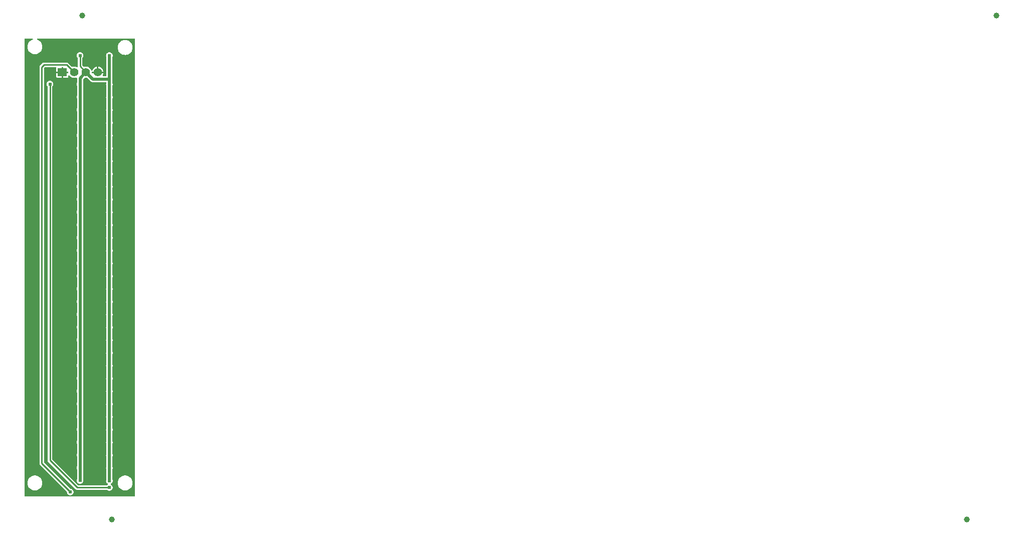
<source format=gbl>
G04 Layer: BottomLayer*
G04 EasyEDA v6.5.23, 2023-06-10 18:06:06*
G04 005a25b84e7a4af980d47e0bcec97dff,5a6b42c53f6a479593ecc07194224c93,10*
G04 Gerber Generator version 0.2*
G04 Scale: 100 percent, Rotated: No, Reflected: No *
G04 Dimensions in millimeters *
G04 leading zeros omitted , absolute positions ,4 integer and 5 decimal *
%FSLAX45Y45*%
%MOMM*%

%AMMACRO1*21,1,$1,$2,0,0,$3*%
%ADD10C,0.5000*%
%ADD11C,0.2540*%
%ADD12C,1.0000*%
%ADD13C,1.4000*%
%ADD14MACRO1,1.524X1.4X0.0000*%
%ADD15C,0.6096*%
%ADD16C,0.0129*%

%LPD*%
G36*
X86868Y914908D02*
G01*
X82956Y915669D01*
X79705Y917905D01*
X77470Y921156D01*
X76708Y925068D01*
X76708Y8638032D01*
X77470Y8641943D01*
X79705Y8645194D01*
X82956Y8647430D01*
X86868Y8648192D01*
X211531Y8648192D01*
X215544Y8647379D01*
X218897Y8645042D01*
X221081Y8641537D01*
X221691Y8637524D01*
X220675Y8633561D01*
X218135Y8630310D01*
X214579Y8628329D01*
X209346Y8626703D01*
X195478Y8620455D01*
X182473Y8612581D01*
X170535Y8603234D01*
X159766Y8592464D01*
X150418Y8580526D01*
X142544Y8567521D01*
X136296Y8553653D01*
X131775Y8539124D01*
X129032Y8524189D01*
X128117Y8509000D01*
X129032Y8493810D01*
X131775Y8478875D01*
X136296Y8464346D01*
X142544Y8450478D01*
X150418Y8437473D01*
X159766Y8425535D01*
X170535Y8414766D01*
X182473Y8405418D01*
X195478Y8397544D01*
X209346Y8391296D01*
X223875Y8386775D01*
X238810Y8384031D01*
X254000Y8383117D01*
X269189Y8384031D01*
X284124Y8386775D01*
X298653Y8391296D01*
X312521Y8397544D01*
X325526Y8405418D01*
X337464Y8414766D01*
X348234Y8425535D01*
X357581Y8437473D01*
X365455Y8450478D01*
X371703Y8464346D01*
X376224Y8478875D01*
X378968Y8493810D01*
X379882Y8509000D01*
X378968Y8524189D01*
X376224Y8539124D01*
X371703Y8553653D01*
X365455Y8567521D01*
X357581Y8580526D01*
X348234Y8592464D01*
X337464Y8603234D01*
X325526Y8612581D01*
X312521Y8620455D01*
X298653Y8626703D01*
X293420Y8628329D01*
X289864Y8630310D01*
X287324Y8633561D01*
X286308Y8637524D01*
X286918Y8641537D01*
X289102Y8645042D01*
X292455Y8647379D01*
X296468Y8648192D01*
X1932432Y8648192D01*
X1936343Y8647430D01*
X1939594Y8645194D01*
X1941830Y8641943D01*
X1942592Y8638032D01*
X1942592Y925068D01*
X1941830Y921156D01*
X1939594Y917905D01*
X1936343Y915669D01*
X1932432Y914908D01*
X862482Y914908D01*
X858418Y915771D01*
X855014Y918159D01*
X852881Y921715D01*
X852322Y925830D01*
X853490Y929792D01*
X856132Y932992D01*
X859840Y934872D01*
X870153Y937666D01*
X879094Y941781D01*
X887120Y947419D01*
X894080Y954379D01*
X899718Y962406D01*
X903833Y971346D01*
X906373Y980795D01*
X907237Y990600D01*
X906373Y1000404D01*
X903833Y1009853D01*
X899718Y1018794D01*
X894080Y1026820D01*
X887120Y1033780D01*
X879094Y1039418D01*
X870153Y1043533D01*
X860704Y1046073D01*
X852678Y1046784D01*
X849274Y1047699D01*
X846378Y1049731D01*
X409905Y1486204D01*
X407670Y1489506D01*
X406908Y1493418D01*
X406908Y8145881D01*
X407670Y8149793D01*
X409905Y8153095D01*
X419404Y8162594D01*
X422706Y8164830D01*
X426618Y8165592D01*
X604723Y8165592D01*
X608888Y8164677D01*
X612292Y8162188D01*
X614426Y8158480D01*
X614781Y8154212D01*
X613918Y8146592D01*
X613918Y8089900D01*
X703326Y8089900D01*
X703326Y8155431D01*
X704088Y8159343D01*
X706272Y8162594D01*
X709574Y8164830D01*
X713486Y8165592D01*
X718515Y8165592D01*
X722426Y8164830D01*
X725728Y8162594D01*
X727913Y8159343D01*
X728726Y8155431D01*
X728726Y8089900D01*
X810107Y8089900D01*
X814019Y8089138D01*
X817270Y8086902D01*
X819505Y8083651D01*
X820267Y8079740D01*
X820267Y8074659D01*
X819505Y8070748D01*
X817270Y8067497D01*
X814019Y8065262D01*
X810107Y8064500D01*
X728726Y8064500D01*
X728726Y7981289D01*
X791616Y7981289D01*
X797966Y7982000D01*
X803402Y7983931D01*
X808329Y7986979D01*
X812393Y7991094D01*
X815492Y7995970D01*
X817372Y8001457D01*
X818134Y8007756D01*
X818134Y8017967D01*
X818997Y8022132D01*
X821486Y8025587D01*
X825195Y8027670D01*
X829411Y8028076D01*
X833424Y8026704D01*
X836574Y8023859D01*
X841603Y8016697D01*
X850544Y8007146D01*
X860704Y7998866D01*
X871880Y7992059D01*
X883869Y7986826D01*
X896467Y7983321D01*
X909472Y7981543D01*
X922528Y7981543D01*
X935532Y7983321D01*
X948131Y7986826D01*
X950976Y7988096D01*
X954938Y7988909D01*
X958951Y7988147D01*
X962304Y7985810D01*
X964488Y7982356D01*
X965098Y7976971D01*
X965098Y7904073D01*
X964133Y7899806D01*
X963066Y7897469D01*
X960526Y7887970D01*
X959662Y7878165D01*
X960526Y7868412D01*
X963066Y7858912D01*
X964133Y7856575D01*
X965098Y7852308D01*
X965098Y7688173D01*
X964133Y7683906D01*
X963066Y7681569D01*
X960526Y7672070D01*
X959662Y7662265D01*
X960526Y7652512D01*
X963066Y7643012D01*
X964133Y7640675D01*
X965098Y7636408D01*
X965098Y7472273D01*
X964133Y7468006D01*
X963066Y7465669D01*
X960526Y7456170D01*
X959662Y7446365D01*
X960526Y7436612D01*
X963066Y7427112D01*
X964133Y7424775D01*
X965098Y7420508D01*
X965098Y7256373D01*
X964133Y7252106D01*
X963066Y7249769D01*
X960526Y7240270D01*
X959662Y7230465D01*
X960526Y7220712D01*
X963066Y7211212D01*
X964133Y7208875D01*
X965098Y7204608D01*
X965098Y7040473D01*
X964133Y7036206D01*
X963066Y7033869D01*
X960526Y7024370D01*
X959662Y7014565D01*
X960526Y7004812D01*
X963066Y6995312D01*
X964133Y6992975D01*
X965098Y6988708D01*
X965098Y6824573D01*
X964133Y6820306D01*
X963066Y6817969D01*
X960526Y6808470D01*
X959662Y6798665D01*
X960526Y6788912D01*
X963066Y6779412D01*
X964133Y6777075D01*
X965098Y6772808D01*
X965098Y6608673D01*
X964133Y6604406D01*
X963066Y6602069D01*
X960526Y6592570D01*
X959662Y6582765D01*
X960526Y6573012D01*
X963066Y6563512D01*
X964133Y6561175D01*
X965098Y6556908D01*
X965098Y6392773D01*
X964133Y6388506D01*
X963066Y6386169D01*
X960526Y6376670D01*
X959662Y6366865D01*
X960526Y6357112D01*
X963066Y6347612D01*
X964133Y6345275D01*
X965098Y6341008D01*
X965098Y6176873D01*
X964133Y6172606D01*
X963066Y6170269D01*
X960526Y6160770D01*
X959662Y6150965D01*
X960526Y6141212D01*
X963066Y6131712D01*
X964133Y6129375D01*
X965098Y6125108D01*
X965098Y5960973D01*
X964133Y5956706D01*
X963066Y5954369D01*
X960526Y5944870D01*
X959662Y5935065D01*
X960526Y5925312D01*
X963066Y5915812D01*
X964133Y5913475D01*
X965098Y5909208D01*
X965098Y5745073D01*
X964133Y5740806D01*
X963066Y5738469D01*
X960526Y5728970D01*
X959662Y5719165D01*
X960526Y5709412D01*
X963066Y5699912D01*
X964133Y5697575D01*
X965098Y5693308D01*
X965098Y5529173D01*
X964133Y5524906D01*
X963066Y5522569D01*
X960526Y5513070D01*
X959662Y5503265D01*
X960526Y5493512D01*
X963066Y5484012D01*
X964133Y5481675D01*
X965098Y5477408D01*
X965098Y5313273D01*
X964133Y5309006D01*
X963066Y5306669D01*
X960526Y5297170D01*
X959662Y5287365D01*
X960526Y5277612D01*
X963066Y5268112D01*
X964133Y5265775D01*
X965098Y5261508D01*
X965098Y5097373D01*
X964133Y5093106D01*
X963066Y5090769D01*
X960526Y5081270D01*
X959662Y5071465D01*
X960526Y5061712D01*
X963066Y5052212D01*
X964133Y5049875D01*
X965098Y5045608D01*
X965098Y4881473D01*
X964133Y4877206D01*
X963066Y4874869D01*
X960526Y4865370D01*
X959662Y4855565D01*
X960526Y4845812D01*
X963066Y4836312D01*
X964133Y4833975D01*
X965098Y4829708D01*
X965098Y4665573D01*
X964133Y4661306D01*
X963066Y4658969D01*
X960526Y4649470D01*
X959662Y4639665D01*
X960526Y4629912D01*
X963066Y4620412D01*
X964133Y4618075D01*
X965098Y4613808D01*
X965098Y4449673D01*
X964133Y4445406D01*
X963066Y4443069D01*
X960526Y4433570D01*
X959662Y4423765D01*
X960526Y4414012D01*
X963066Y4404512D01*
X964133Y4402175D01*
X965098Y4397908D01*
X965098Y4233773D01*
X964133Y4229506D01*
X963066Y4227169D01*
X960526Y4217670D01*
X959662Y4207865D01*
X960526Y4198112D01*
X963066Y4188612D01*
X964133Y4186275D01*
X965098Y4182008D01*
X965098Y4017873D01*
X964133Y4013606D01*
X963066Y4011269D01*
X960526Y4001770D01*
X959662Y3991965D01*
X960526Y3982212D01*
X963066Y3972712D01*
X964133Y3970375D01*
X965098Y3966108D01*
X965098Y3801973D01*
X964133Y3797706D01*
X963066Y3795369D01*
X960526Y3785870D01*
X959662Y3776065D01*
X960526Y3766312D01*
X963066Y3756812D01*
X964133Y3754475D01*
X965098Y3750208D01*
X965098Y3586073D01*
X964133Y3581806D01*
X963066Y3579469D01*
X960526Y3569970D01*
X959662Y3560165D01*
X960526Y3550412D01*
X963066Y3540912D01*
X964133Y3538575D01*
X965098Y3534308D01*
X965098Y3370173D01*
X964133Y3365906D01*
X963066Y3363569D01*
X960526Y3354070D01*
X959662Y3344265D01*
X960526Y3334512D01*
X963066Y3325012D01*
X964133Y3322675D01*
X965098Y3318408D01*
X965098Y3154273D01*
X964133Y3150006D01*
X963066Y3147669D01*
X960526Y3138170D01*
X959662Y3128365D01*
X960526Y3118612D01*
X963066Y3109112D01*
X964133Y3106775D01*
X965098Y3102508D01*
X965098Y2938373D01*
X964133Y2934106D01*
X963066Y2931769D01*
X960526Y2922270D01*
X959662Y2912465D01*
X960526Y2902712D01*
X963066Y2893212D01*
X964133Y2890875D01*
X965098Y2886608D01*
X965098Y2722473D01*
X964133Y2718206D01*
X963066Y2715869D01*
X960526Y2706370D01*
X959662Y2696565D01*
X960526Y2686812D01*
X963066Y2677312D01*
X964133Y2674975D01*
X965098Y2670708D01*
X965098Y2506573D01*
X964133Y2502306D01*
X963066Y2499969D01*
X960526Y2490470D01*
X959662Y2480665D01*
X960526Y2470912D01*
X963066Y2461412D01*
X964133Y2459075D01*
X965098Y2454808D01*
X965098Y2290673D01*
X964133Y2286406D01*
X963066Y2284069D01*
X960526Y2274570D01*
X959662Y2264765D01*
X960526Y2255012D01*
X963066Y2245512D01*
X964133Y2243175D01*
X965098Y2238908D01*
X965098Y2074773D01*
X964133Y2070506D01*
X963066Y2068169D01*
X960526Y2058670D01*
X959662Y2048865D01*
X960526Y2039112D01*
X963066Y2029612D01*
X964133Y2027275D01*
X965098Y2023008D01*
X965098Y1858873D01*
X964133Y1854606D01*
X963066Y1852269D01*
X960526Y1842770D01*
X959662Y1832965D01*
X960526Y1823212D01*
X963066Y1813712D01*
X964133Y1811375D01*
X965098Y1807108D01*
X965098Y1642973D01*
X964133Y1638706D01*
X963066Y1636369D01*
X960526Y1626870D01*
X959662Y1617065D01*
X960526Y1607312D01*
X963066Y1597812D01*
X964133Y1595475D01*
X965098Y1591208D01*
X965098Y1427073D01*
X964133Y1422806D01*
X963066Y1420469D01*
X960526Y1410970D01*
X959662Y1401165D01*
X960526Y1391412D01*
X963066Y1381912D01*
X964133Y1379575D01*
X965098Y1375308D01*
X965098Y1211173D01*
X964133Y1206906D01*
X963066Y1204569D01*
X960526Y1195070D01*
X959662Y1185265D01*
X960526Y1175512D01*
X963066Y1166012D01*
X967181Y1157122D01*
X972819Y1149045D01*
X979779Y1142136D01*
X987806Y1136497D01*
X996746Y1132332D01*
X1006195Y1129792D01*
X1016000Y1128928D01*
X1025804Y1129792D01*
X1035253Y1132332D01*
X1044194Y1136497D01*
X1052220Y1142136D01*
X1059180Y1149045D01*
X1064818Y1157122D01*
X1068933Y1166012D01*
X1071473Y1175512D01*
X1072337Y1185265D01*
X1071473Y1195070D01*
X1068933Y1204569D01*
X1067866Y1206906D01*
X1066901Y1211224D01*
X1066901Y1375257D01*
X1067866Y1379575D01*
X1068933Y1381912D01*
X1071473Y1391412D01*
X1072337Y1401165D01*
X1071473Y1410970D01*
X1068933Y1420469D01*
X1067866Y1422806D01*
X1066901Y1427124D01*
X1066901Y1591157D01*
X1067866Y1595475D01*
X1068933Y1597812D01*
X1071473Y1607312D01*
X1072337Y1617065D01*
X1071473Y1626870D01*
X1068933Y1636369D01*
X1067866Y1638706D01*
X1066901Y1643024D01*
X1066901Y1807057D01*
X1067866Y1811375D01*
X1068933Y1813712D01*
X1071473Y1823212D01*
X1072337Y1832965D01*
X1071473Y1842770D01*
X1068933Y1852269D01*
X1067866Y1854606D01*
X1066901Y1858924D01*
X1066901Y2022957D01*
X1067866Y2027275D01*
X1068933Y2029612D01*
X1071473Y2039112D01*
X1072337Y2048865D01*
X1071473Y2058670D01*
X1068933Y2068169D01*
X1067866Y2070506D01*
X1066901Y2074824D01*
X1066901Y2238857D01*
X1067866Y2243175D01*
X1068933Y2245512D01*
X1071473Y2255012D01*
X1072337Y2264765D01*
X1071473Y2274570D01*
X1068933Y2284069D01*
X1067866Y2286406D01*
X1066901Y2290724D01*
X1066901Y2454757D01*
X1067866Y2459075D01*
X1068933Y2461412D01*
X1071473Y2470912D01*
X1072337Y2480665D01*
X1071473Y2490470D01*
X1068933Y2499969D01*
X1067866Y2502306D01*
X1066901Y2506624D01*
X1066901Y2670657D01*
X1067866Y2674975D01*
X1068933Y2677312D01*
X1071473Y2686812D01*
X1072337Y2696565D01*
X1071473Y2706370D01*
X1068933Y2715869D01*
X1067866Y2718206D01*
X1066901Y2722524D01*
X1066901Y2886557D01*
X1067866Y2890875D01*
X1068933Y2893212D01*
X1071473Y2902712D01*
X1072337Y2912465D01*
X1071473Y2922270D01*
X1068933Y2931769D01*
X1067866Y2934106D01*
X1066901Y2938424D01*
X1066901Y3102457D01*
X1067866Y3106775D01*
X1068933Y3109112D01*
X1071473Y3118612D01*
X1072337Y3128365D01*
X1071473Y3138170D01*
X1068933Y3147669D01*
X1067866Y3150006D01*
X1066901Y3154324D01*
X1066901Y3318357D01*
X1067866Y3322675D01*
X1068933Y3325012D01*
X1071473Y3334512D01*
X1072337Y3344265D01*
X1071473Y3354070D01*
X1068933Y3363569D01*
X1067866Y3365906D01*
X1066901Y3370224D01*
X1066901Y3534257D01*
X1067866Y3538575D01*
X1068933Y3540912D01*
X1071473Y3550412D01*
X1072337Y3560165D01*
X1071473Y3569970D01*
X1068933Y3579469D01*
X1067866Y3581806D01*
X1066901Y3586124D01*
X1066901Y3750157D01*
X1067866Y3754475D01*
X1068933Y3756812D01*
X1071473Y3766312D01*
X1072337Y3776065D01*
X1071473Y3785870D01*
X1068933Y3795369D01*
X1067866Y3797706D01*
X1066901Y3802024D01*
X1066901Y3966057D01*
X1067866Y3970375D01*
X1068933Y3972712D01*
X1071473Y3982212D01*
X1072337Y3991965D01*
X1071473Y4001770D01*
X1068933Y4011269D01*
X1067866Y4013606D01*
X1066901Y4017924D01*
X1066901Y4181957D01*
X1067866Y4186275D01*
X1068933Y4188612D01*
X1071473Y4198112D01*
X1072337Y4207865D01*
X1071473Y4217670D01*
X1068933Y4227169D01*
X1067866Y4229506D01*
X1066901Y4233824D01*
X1066901Y4397857D01*
X1067866Y4402175D01*
X1068933Y4404512D01*
X1071473Y4414012D01*
X1072337Y4423765D01*
X1071473Y4433570D01*
X1068933Y4443069D01*
X1067866Y4445406D01*
X1066901Y4449724D01*
X1066901Y4613757D01*
X1067866Y4618075D01*
X1068933Y4620412D01*
X1071473Y4629912D01*
X1072337Y4639665D01*
X1071473Y4649470D01*
X1068933Y4658969D01*
X1067866Y4661306D01*
X1066901Y4665624D01*
X1066901Y4829657D01*
X1067866Y4833975D01*
X1068933Y4836312D01*
X1071473Y4845812D01*
X1072337Y4855565D01*
X1071473Y4865370D01*
X1068933Y4874869D01*
X1067866Y4877206D01*
X1066901Y4881524D01*
X1066901Y5045557D01*
X1067866Y5049875D01*
X1068933Y5052212D01*
X1071473Y5061712D01*
X1072337Y5071465D01*
X1071473Y5081270D01*
X1068933Y5090769D01*
X1067866Y5093106D01*
X1066901Y5097424D01*
X1066901Y5261457D01*
X1067866Y5265775D01*
X1068933Y5268112D01*
X1071473Y5277612D01*
X1072337Y5287365D01*
X1071473Y5297170D01*
X1068933Y5306669D01*
X1067866Y5309006D01*
X1066901Y5313324D01*
X1066901Y5477357D01*
X1067866Y5481675D01*
X1068933Y5484012D01*
X1071473Y5493512D01*
X1072337Y5503265D01*
X1071473Y5513070D01*
X1068933Y5522569D01*
X1067866Y5524906D01*
X1066901Y5529224D01*
X1066901Y5693257D01*
X1067866Y5697575D01*
X1068933Y5699912D01*
X1071473Y5709412D01*
X1072337Y5719165D01*
X1071473Y5728970D01*
X1068933Y5738469D01*
X1067866Y5740806D01*
X1066901Y5745124D01*
X1066901Y5909157D01*
X1067866Y5913475D01*
X1068933Y5915812D01*
X1071473Y5925312D01*
X1072337Y5935065D01*
X1071473Y5944870D01*
X1068933Y5954369D01*
X1067866Y5956706D01*
X1066901Y5961024D01*
X1066901Y6125057D01*
X1067866Y6129375D01*
X1068933Y6131712D01*
X1071473Y6141212D01*
X1072337Y6150965D01*
X1071473Y6160770D01*
X1068933Y6170269D01*
X1067866Y6172606D01*
X1066901Y6176924D01*
X1066901Y6340957D01*
X1067866Y6345275D01*
X1068933Y6347612D01*
X1071473Y6357112D01*
X1072337Y6366865D01*
X1071473Y6376670D01*
X1068933Y6386169D01*
X1067866Y6388506D01*
X1066901Y6392824D01*
X1066901Y6556857D01*
X1067866Y6561175D01*
X1068933Y6563512D01*
X1071473Y6573012D01*
X1072337Y6582765D01*
X1071473Y6592570D01*
X1068933Y6602069D01*
X1067866Y6604406D01*
X1066901Y6608724D01*
X1066901Y6772757D01*
X1067866Y6777075D01*
X1068933Y6779412D01*
X1071473Y6788912D01*
X1072337Y6798665D01*
X1071473Y6808470D01*
X1068933Y6817969D01*
X1067866Y6820306D01*
X1066901Y6824624D01*
X1066901Y6988657D01*
X1067866Y6992975D01*
X1068933Y6995312D01*
X1071473Y7004812D01*
X1072337Y7014565D01*
X1071473Y7024370D01*
X1068933Y7033869D01*
X1067866Y7036206D01*
X1066901Y7040524D01*
X1066901Y7204557D01*
X1067866Y7208875D01*
X1068933Y7211212D01*
X1071473Y7220712D01*
X1072337Y7230465D01*
X1071473Y7240270D01*
X1068933Y7249769D01*
X1067866Y7252106D01*
X1066901Y7256424D01*
X1066901Y7420457D01*
X1067866Y7424775D01*
X1068933Y7427112D01*
X1071473Y7436612D01*
X1072337Y7446365D01*
X1071473Y7456170D01*
X1068933Y7465669D01*
X1067866Y7468006D01*
X1066901Y7472324D01*
X1066901Y7636357D01*
X1067866Y7640675D01*
X1068933Y7643012D01*
X1071473Y7652512D01*
X1072337Y7662265D01*
X1071473Y7672070D01*
X1068933Y7681569D01*
X1067866Y7683906D01*
X1066901Y7688224D01*
X1066901Y7852257D01*
X1067866Y7856575D01*
X1068933Y7858912D01*
X1071473Y7868412D01*
X1072337Y7878165D01*
X1071473Y7887970D01*
X1068933Y7897469D01*
X1067866Y7899806D01*
X1066901Y7904073D01*
X1066901Y7951927D01*
X1067663Y7955788D01*
X1069898Y7959090D01*
X1090828Y7980019D01*
X1093368Y7981899D01*
X1096314Y7982864D01*
X1099413Y7982915D01*
X1109472Y7981543D01*
X1122527Y7981543D01*
X1132586Y7982915D01*
X1135684Y7982864D01*
X1138631Y7981899D01*
X1141171Y7980019D01*
X1194155Y7927035D01*
X1197559Y7923885D01*
X1201115Y7921193D01*
X1204874Y7918805D01*
X1208786Y7916773D01*
X1212900Y7915046D01*
X1217117Y7913725D01*
X1221486Y7912760D01*
X1225854Y7912201D01*
X1230528Y7911998D01*
X1450238Y7911998D01*
X1454099Y7911236D01*
X1457401Y7909001D01*
X1459585Y7905699D01*
X1460398Y7901838D01*
X1460398Y7899908D01*
X1459433Y7895640D01*
X1458315Y7893253D01*
X1455775Y7883804D01*
X1454912Y7874000D01*
X1455775Y7864195D01*
X1458315Y7854746D01*
X1459433Y7852359D01*
X1460398Y7848092D01*
X1460398Y7684008D01*
X1459433Y7679740D01*
X1458315Y7677353D01*
X1455775Y7667904D01*
X1454912Y7658100D01*
X1455775Y7648295D01*
X1458315Y7638846D01*
X1459433Y7636459D01*
X1460398Y7632192D01*
X1460398Y7468108D01*
X1459433Y7463840D01*
X1458315Y7461453D01*
X1455775Y7452004D01*
X1454912Y7442200D01*
X1455775Y7432395D01*
X1458315Y7422946D01*
X1459433Y7420559D01*
X1460398Y7416292D01*
X1460398Y7252208D01*
X1459433Y7247940D01*
X1458315Y7245553D01*
X1455775Y7236104D01*
X1454912Y7226300D01*
X1455775Y7216495D01*
X1458315Y7207046D01*
X1459433Y7204659D01*
X1460398Y7200392D01*
X1460398Y7036308D01*
X1459433Y7032040D01*
X1458315Y7029653D01*
X1455775Y7020204D01*
X1454912Y7010400D01*
X1455775Y7000595D01*
X1458315Y6991146D01*
X1459433Y6988759D01*
X1460398Y6984492D01*
X1460398Y6820408D01*
X1459433Y6816140D01*
X1458315Y6813753D01*
X1455775Y6804304D01*
X1454912Y6794500D01*
X1455775Y6784695D01*
X1458315Y6775246D01*
X1459433Y6772859D01*
X1460398Y6768592D01*
X1460398Y6604508D01*
X1459433Y6600240D01*
X1458315Y6597853D01*
X1455775Y6588404D01*
X1454912Y6578600D01*
X1455775Y6568795D01*
X1458315Y6559346D01*
X1459433Y6556908D01*
X1460398Y6552641D01*
X1460398Y6388608D01*
X1459433Y6384290D01*
X1458366Y6381953D01*
X1455826Y6372504D01*
X1454962Y6362700D01*
X1455826Y6352895D01*
X1458366Y6343446D01*
X1459433Y6341110D01*
X1460398Y6336842D01*
X1460398Y6172657D01*
X1459433Y6168390D01*
X1458366Y6166053D01*
X1455826Y6156604D01*
X1454962Y6146800D01*
X1455826Y6136995D01*
X1458366Y6127546D01*
X1459433Y6125210D01*
X1460398Y6120942D01*
X1460398Y5956757D01*
X1459433Y5952490D01*
X1458366Y5950153D01*
X1455826Y5940704D01*
X1454962Y5930900D01*
X1455826Y5921095D01*
X1458366Y5911646D01*
X1459433Y5909310D01*
X1460398Y5905042D01*
X1460398Y5740857D01*
X1459433Y5736590D01*
X1458366Y5734253D01*
X1455826Y5724804D01*
X1454962Y5715000D01*
X1455826Y5705195D01*
X1458366Y5695746D01*
X1459433Y5693410D01*
X1460398Y5689142D01*
X1460398Y5524957D01*
X1459433Y5520690D01*
X1458366Y5518353D01*
X1455826Y5508904D01*
X1454962Y5499100D01*
X1455826Y5489295D01*
X1458366Y5479846D01*
X1459433Y5477510D01*
X1460398Y5473242D01*
X1460398Y5309057D01*
X1459433Y5304790D01*
X1458366Y5302453D01*
X1455826Y5293004D01*
X1454962Y5283200D01*
X1455826Y5273395D01*
X1458366Y5263946D01*
X1459433Y5261610D01*
X1460398Y5257342D01*
X1460398Y5093157D01*
X1459433Y5088890D01*
X1458366Y5086553D01*
X1455826Y5077104D01*
X1454962Y5067300D01*
X1455826Y5057495D01*
X1458366Y5048046D01*
X1459433Y5045710D01*
X1460398Y5041442D01*
X1460398Y4877257D01*
X1459433Y4872990D01*
X1458366Y4870653D01*
X1455826Y4861204D01*
X1454962Y4851400D01*
X1455826Y4841595D01*
X1458366Y4832146D01*
X1459433Y4829810D01*
X1460398Y4825542D01*
X1460398Y4661357D01*
X1459433Y4657090D01*
X1458366Y4654753D01*
X1455826Y4645304D01*
X1454962Y4635500D01*
X1455826Y4625695D01*
X1458366Y4616246D01*
X1459433Y4613910D01*
X1460398Y4609642D01*
X1460398Y4445457D01*
X1459433Y4441190D01*
X1458366Y4438853D01*
X1455826Y4429404D01*
X1454962Y4419600D01*
X1455826Y4409795D01*
X1458366Y4400346D01*
X1459433Y4398010D01*
X1460398Y4393742D01*
X1460398Y4229557D01*
X1459433Y4225290D01*
X1458366Y4222953D01*
X1455826Y4213504D01*
X1454962Y4203700D01*
X1455826Y4193895D01*
X1458366Y4184446D01*
X1459433Y4182110D01*
X1460398Y4177842D01*
X1460398Y4013657D01*
X1459433Y4009390D01*
X1458366Y4007053D01*
X1455826Y3997604D01*
X1454962Y3987800D01*
X1455826Y3977995D01*
X1458366Y3968546D01*
X1459433Y3966210D01*
X1460398Y3961942D01*
X1460398Y3797757D01*
X1459433Y3793490D01*
X1458366Y3791153D01*
X1455826Y3781704D01*
X1454962Y3771900D01*
X1455826Y3762095D01*
X1458366Y3752646D01*
X1459433Y3750310D01*
X1460398Y3746042D01*
X1460398Y3581857D01*
X1459433Y3577590D01*
X1458366Y3575253D01*
X1455826Y3565804D01*
X1454962Y3556000D01*
X1455826Y3546195D01*
X1458366Y3536746D01*
X1459433Y3534359D01*
X1460398Y3530092D01*
X1460398Y3366008D01*
X1459433Y3361740D01*
X1458366Y3359353D01*
X1455826Y3349904D01*
X1454962Y3340100D01*
X1455826Y3330295D01*
X1458366Y3320846D01*
X1459433Y3318459D01*
X1460398Y3314192D01*
X1460398Y3150108D01*
X1459433Y3145840D01*
X1458366Y3143453D01*
X1455826Y3134004D01*
X1454962Y3124200D01*
X1455826Y3114395D01*
X1458366Y3104946D01*
X1459433Y3102559D01*
X1460398Y3098292D01*
X1460398Y2934208D01*
X1459433Y2929940D01*
X1458366Y2927553D01*
X1455826Y2918104D01*
X1454962Y2908300D01*
X1455826Y2898495D01*
X1458366Y2889046D01*
X1459433Y2886659D01*
X1460398Y2882392D01*
X1460398Y2718308D01*
X1459433Y2714040D01*
X1458366Y2711653D01*
X1455826Y2702204D01*
X1454962Y2692400D01*
X1455826Y2682595D01*
X1458366Y2673146D01*
X1459433Y2670759D01*
X1460398Y2666492D01*
X1460398Y2502408D01*
X1459433Y2498140D01*
X1458366Y2495753D01*
X1455826Y2486304D01*
X1454962Y2476500D01*
X1455826Y2466695D01*
X1458366Y2457246D01*
X1459433Y2454859D01*
X1460398Y2450592D01*
X1460398Y2286508D01*
X1459433Y2282240D01*
X1458366Y2279853D01*
X1455826Y2270404D01*
X1454962Y2260600D01*
X1455826Y2250795D01*
X1458366Y2241346D01*
X1459433Y2238959D01*
X1460398Y2234692D01*
X1460398Y2070607D01*
X1459433Y2066340D01*
X1458366Y2063953D01*
X1455826Y2054504D01*
X1454962Y2044700D01*
X1455826Y2034895D01*
X1458366Y2025446D01*
X1459433Y2023059D01*
X1460398Y2018792D01*
X1460398Y1854707D01*
X1459433Y1850440D01*
X1458366Y1848053D01*
X1455826Y1838604D01*
X1454962Y1828800D01*
X1455826Y1818995D01*
X1458366Y1809546D01*
X1459433Y1807159D01*
X1460398Y1802892D01*
X1460398Y1638807D01*
X1459433Y1634540D01*
X1458366Y1632153D01*
X1455826Y1622704D01*
X1454962Y1612900D01*
X1455826Y1603095D01*
X1458366Y1593646D01*
X1459433Y1591259D01*
X1460398Y1586992D01*
X1460398Y1422908D01*
X1459433Y1418640D01*
X1458366Y1416253D01*
X1455826Y1406804D01*
X1454962Y1397000D01*
X1455826Y1387195D01*
X1458366Y1377746D01*
X1459433Y1375359D01*
X1460398Y1371092D01*
X1460398Y1207008D01*
X1459433Y1202740D01*
X1458366Y1200353D01*
X1455826Y1190904D01*
X1454962Y1181100D01*
X1455826Y1171295D01*
X1458366Y1161846D01*
X1462481Y1152906D01*
X1468120Y1144879D01*
X1475079Y1137920D01*
X1483156Y1132281D01*
X1485849Y1129487D01*
X1487322Y1125880D01*
X1487322Y1122019D01*
X1485849Y1118412D01*
X1483156Y1115618D01*
X1475079Y1109980D01*
X1473504Y1108405D01*
X1470202Y1106170D01*
X1466291Y1105408D01*
X985418Y1105408D01*
X981506Y1106170D01*
X978204Y1108405D01*
X549605Y1537004D01*
X547370Y1540306D01*
X546608Y1544218D01*
X546608Y7833207D01*
X547370Y7837068D01*
X549605Y7840370D01*
X551180Y7841945D01*
X556818Y7850022D01*
X560933Y7858912D01*
X563473Y7868412D01*
X564337Y7878165D01*
X563473Y7887970D01*
X560933Y7897469D01*
X556818Y7906359D01*
X551180Y7914436D01*
X544220Y7921345D01*
X536194Y7926984D01*
X527253Y7931150D01*
X517804Y7933690D01*
X508000Y7934553D01*
X498195Y7933690D01*
X488746Y7931150D01*
X479806Y7926984D01*
X471779Y7921345D01*
X464820Y7914436D01*
X459181Y7906359D01*
X455066Y7897469D01*
X452526Y7887970D01*
X451662Y7878165D01*
X452526Y7868412D01*
X455066Y7858912D01*
X459181Y7850022D01*
X464820Y7841945D01*
X466394Y7840370D01*
X468630Y7837068D01*
X469392Y7833207D01*
X469392Y1524508D01*
X470204Y1516481D01*
X472389Y1509268D01*
X475945Y1502562D01*
X481076Y1496364D01*
X937564Y1039876D01*
X943762Y1034745D01*
X950468Y1031189D01*
X957681Y1029004D01*
X965708Y1028192D01*
X1466291Y1028192D01*
X1470202Y1027430D01*
X1473504Y1025194D01*
X1475079Y1023619D01*
X1483106Y1017981D01*
X1492046Y1013866D01*
X1501495Y1011326D01*
X1511300Y1010462D01*
X1521104Y1011326D01*
X1530553Y1013866D01*
X1539494Y1017981D01*
X1547520Y1023619D01*
X1554480Y1030579D01*
X1560118Y1038606D01*
X1564233Y1047546D01*
X1566773Y1056995D01*
X1567637Y1066800D01*
X1566773Y1076604D01*
X1564233Y1086053D01*
X1560118Y1094994D01*
X1554480Y1103020D01*
X1547520Y1109980D01*
X1539443Y1115618D01*
X1536750Y1118412D01*
X1535277Y1122019D01*
X1535277Y1125880D01*
X1536750Y1129487D01*
X1539443Y1132281D01*
X1547520Y1137920D01*
X1554480Y1144879D01*
X1560118Y1152906D01*
X1564233Y1161846D01*
X1566773Y1171295D01*
X1567637Y1181100D01*
X1566773Y1190904D01*
X1564233Y1200353D01*
X1563166Y1202690D01*
X1562201Y1207008D01*
X1562201Y1371092D01*
X1563166Y1375410D01*
X1564233Y1377746D01*
X1566773Y1387195D01*
X1567637Y1397000D01*
X1566773Y1406804D01*
X1564233Y1416253D01*
X1563166Y1418590D01*
X1562201Y1422908D01*
X1562201Y1586992D01*
X1563166Y1591310D01*
X1564233Y1593646D01*
X1566773Y1603095D01*
X1567637Y1612900D01*
X1566773Y1622704D01*
X1564233Y1632153D01*
X1563166Y1634489D01*
X1562201Y1638807D01*
X1562201Y1802892D01*
X1563166Y1807210D01*
X1564233Y1809546D01*
X1566773Y1818995D01*
X1567637Y1828800D01*
X1566773Y1838604D01*
X1564233Y1848053D01*
X1563166Y1850389D01*
X1562201Y1854707D01*
X1562201Y2018792D01*
X1563166Y2023110D01*
X1564233Y2025446D01*
X1566773Y2034895D01*
X1567637Y2044700D01*
X1566773Y2054504D01*
X1564233Y2063953D01*
X1563166Y2066289D01*
X1562201Y2070607D01*
X1562201Y2234692D01*
X1563166Y2239010D01*
X1564233Y2241346D01*
X1566773Y2250795D01*
X1567637Y2260600D01*
X1566773Y2270404D01*
X1564233Y2279853D01*
X1563166Y2282190D01*
X1562201Y2286508D01*
X1562201Y2450592D01*
X1563166Y2454910D01*
X1564233Y2457246D01*
X1566773Y2466695D01*
X1567637Y2476500D01*
X1566773Y2486304D01*
X1564233Y2495753D01*
X1563166Y2498090D01*
X1562201Y2502408D01*
X1562201Y2666492D01*
X1563166Y2670810D01*
X1564233Y2673146D01*
X1566773Y2682595D01*
X1567637Y2692400D01*
X1566773Y2702204D01*
X1564233Y2711653D01*
X1563166Y2713990D01*
X1562201Y2718308D01*
X1562201Y2882392D01*
X1563166Y2886710D01*
X1564233Y2889046D01*
X1566773Y2898495D01*
X1567637Y2908300D01*
X1566773Y2918104D01*
X1564233Y2927553D01*
X1563166Y2929890D01*
X1562201Y2934208D01*
X1562201Y3098292D01*
X1563166Y3102610D01*
X1564233Y3104946D01*
X1566773Y3114395D01*
X1567637Y3124200D01*
X1566773Y3134004D01*
X1564233Y3143453D01*
X1563166Y3145790D01*
X1562201Y3150108D01*
X1562201Y3314192D01*
X1563166Y3318510D01*
X1564233Y3320846D01*
X1566773Y3330295D01*
X1567637Y3340100D01*
X1566773Y3349904D01*
X1564233Y3359353D01*
X1563166Y3361690D01*
X1562201Y3366008D01*
X1562201Y3530092D01*
X1563166Y3534410D01*
X1564233Y3536746D01*
X1566773Y3546195D01*
X1567637Y3556000D01*
X1566773Y3565804D01*
X1564233Y3575253D01*
X1563166Y3577640D01*
X1562201Y3581958D01*
X1562201Y3745941D01*
X1563166Y3750259D01*
X1564233Y3752646D01*
X1566773Y3762095D01*
X1567637Y3771900D01*
X1566773Y3781704D01*
X1564233Y3791153D01*
X1563166Y3793540D01*
X1562201Y3797858D01*
X1562201Y3961841D01*
X1563166Y3966159D01*
X1564233Y3968546D01*
X1566773Y3977995D01*
X1567637Y3987800D01*
X1566773Y3997604D01*
X1564233Y4007053D01*
X1563166Y4009440D01*
X1562201Y4013758D01*
X1562201Y4177741D01*
X1563166Y4182059D01*
X1564233Y4184446D01*
X1566773Y4193895D01*
X1567637Y4203700D01*
X1566773Y4213504D01*
X1564233Y4222953D01*
X1563166Y4225340D01*
X1562201Y4229658D01*
X1562201Y4393641D01*
X1563166Y4397959D01*
X1564233Y4400346D01*
X1566773Y4409795D01*
X1567637Y4419600D01*
X1566773Y4429404D01*
X1564233Y4438853D01*
X1563166Y4441240D01*
X1562201Y4445558D01*
X1562201Y4609541D01*
X1563166Y4613859D01*
X1564233Y4616246D01*
X1566773Y4625695D01*
X1567637Y4635500D01*
X1566773Y4645304D01*
X1564233Y4654753D01*
X1563166Y4657140D01*
X1562201Y4661458D01*
X1562201Y4825441D01*
X1563166Y4829759D01*
X1564233Y4832146D01*
X1566773Y4841595D01*
X1567637Y4851400D01*
X1566773Y4861204D01*
X1564233Y4870653D01*
X1563166Y4873040D01*
X1562201Y4877358D01*
X1562201Y5041341D01*
X1563166Y5045659D01*
X1564233Y5048046D01*
X1566773Y5057495D01*
X1567637Y5067300D01*
X1566773Y5077104D01*
X1564233Y5086553D01*
X1563166Y5088940D01*
X1562201Y5093258D01*
X1562201Y5257241D01*
X1563166Y5261559D01*
X1564233Y5263946D01*
X1566773Y5273395D01*
X1567637Y5283200D01*
X1566773Y5293004D01*
X1564233Y5302453D01*
X1563166Y5304840D01*
X1562201Y5309158D01*
X1562201Y5473141D01*
X1563166Y5477459D01*
X1564233Y5479846D01*
X1566773Y5489295D01*
X1567637Y5499100D01*
X1566773Y5508904D01*
X1564233Y5518353D01*
X1563166Y5520740D01*
X1562201Y5525058D01*
X1562201Y5689041D01*
X1563166Y5693359D01*
X1564233Y5695746D01*
X1566773Y5705195D01*
X1567637Y5715000D01*
X1566773Y5724804D01*
X1564233Y5734253D01*
X1563166Y5736640D01*
X1562201Y5740958D01*
X1562201Y5904941D01*
X1563166Y5909259D01*
X1564233Y5911646D01*
X1566773Y5921095D01*
X1567637Y5930900D01*
X1566773Y5940704D01*
X1564233Y5950153D01*
X1563166Y5952540D01*
X1562201Y5956858D01*
X1562201Y6120841D01*
X1563166Y6125159D01*
X1564233Y6127546D01*
X1566773Y6136995D01*
X1567637Y6146800D01*
X1566773Y6156604D01*
X1564233Y6166053D01*
X1563166Y6168440D01*
X1562201Y6172758D01*
X1562201Y6336741D01*
X1563166Y6341059D01*
X1564233Y6343446D01*
X1566773Y6352895D01*
X1567637Y6362700D01*
X1566773Y6372504D01*
X1564233Y6381953D01*
X1563166Y6384290D01*
X1562201Y6388608D01*
X1562201Y6552742D01*
X1563166Y6557060D01*
X1564233Y6559346D01*
X1566773Y6568795D01*
X1567637Y6578600D01*
X1566773Y6588404D01*
X1564233Y6597853D01*
X1563166Y6600190D01*
X1562201Y6604508D01*
X1562201Y6768592D01*
X1563166Y6772909D01*
X1564233Y6775246D01*
X1566773Y6784695D01*
X1567637Y6794500D01*
X1566773Y6804304D01*
X1564233Y6813753D01*
X1563166Y6816090D01*
X1562201Y6820408D01*
X1562201Y6984492D01*
X1563166Y6988809D01*
X1564233Y6991146D01*
X1566773Y7000595D01*
X1567637Y7010400D01*
X1566773Y7020204D01*
X1564233Y7029653D01*
X1563166Y7031990D01*
X1562201Y7036308D01*
X1562201Y7200392D01*
X1563166Y7204709D01*
X1564233Y7207046D01*
X1566773Y7216495D01*
X1567637Y7226300D01*
X1566773Y7236104D01*
X1564233Y7245553D01*
X1563166Y7247890D01*
X1562201Y7252208D01*
X1562201Y7416292D01*
X1563166Y7420609D01*
X1564233Y7422946D01*
X1566773Y7432395D01*
X1567637Y7442200D01*
X1566773Y7452004D01*
X1564233Y7461453D01*
X1563166Y7463790D01*
X1562201Y7468108D01*
X1562201Y7632192D01*
X1563166Y7636509D01*
X1564233Y7638846D01*
X1566773Y7648295D01*
X1567637Y7658100D01*
X1566773Y7667904D01*
X1564233Y7677353D01*
X1563166Y7679690D01*
X1562201Y7684008D01*
X1562201Y7848092D01*
X1563166Y7852409D01*
X1564233Y7854746D01*
X1566773Y7864195D01*
X1567637Y7874000D01*
X1566773Y7883804D01*
X1564233Y7893253D01*
X1563166Y7895590D01*
X1562201Y7899857D01*
X1562201Y8334908D01*
X1563166Y8339175D01*
X1564233Y8341512D01*
X1566773Y8351012D01*
X1567637Y8360765D01*
X1566773Y8370570D01*
X1564233Y8380069D01*
X1560118Y8388959D01*
X1554480Y8397036D01*
X1547520Y8403945D01*
X1539494Y8409584D01*
X1530553Y8413750D01*
X1521104Y8416290D01*
X1511300Y8417153D01*
X1501495Y8416290D01*
X1492046Y8413750D01*
X1483106Y8409584D01*
X1475079Y8403945D01*
X1468120Y8397036D01*
X1462481Y8388959D01*
X1458366Y8380069D01*
X1455826Y8370570D01*
X1454962Y8360765D01*
X1455826Y8351012D01*
X1458366Y8341512D01*
X1459433Y8339175D01*
X1460398Y8334908D01*
X1460398Y8023961D01*
X1459636Y8020100D01*
X1457401Y8016798D01*
X1454099Y8014563D01*
X1450238Y8013801D01*
X1407617Y8013801D01*
X1403553Y8014665D01*
X1400149Y8017052D01*
X1398016Y8020558D01*
X1397457Y8024672D01*
X1398574Y8028635D01*
X1403959Y8038998D01*
X1408328Y8051342D01*
X1411020Y8064500D01*
X1328674Y8064500D01*
X1328674Y8023961D01*
X1327912Y8020100D01*
X1325727Y8016798D01*
X1322425Y8014563D01*
X1318564Y8013801D01*
X1313484Y8013801D01*
X1309573Y8014563D01*
X1306271Y8016798D01*
X1304086Y8020100D01*
X1303274Y8023961D01*
X1303274Y8064500D01*
X1221892Y8064500D01*
X1217980Y8065262D01*
X1214729Y8067497D01*
X1212494Y8070748D01*
X1211732Y8074659D01*
X1211732Y8079740D01*
X1212494Y8083651D01*
X1214729Y8086902D01*
X1217980Y8089138D01*
X1221892Y8089900D01*
X1303274Y8089900D01*
X1303274Y8171992D01*
X1296466Y8171078D01*
X1283868Y8167522D01*
X1271879Y8162340D01*
X1260703Y8155533D01*
X1250543Y8147253D01*
X1241602Y8137702D01*
X1234084Y8127034D01*
X1228039Y8115401D01*
X1225550Y8108442D01*
X1223416Y8104886D01*
X1220063Y8102498D01*
X1215999Y8101685D01*
X1211935Y8102498D01*
X1208582Y8104886D01*
X1206449Y8108442D01*
X1203960Y8115401D01*
X1197914Y8127034D01*
X1190396Y8137702D01*
X1181455Y8147253D01*
X1171295Y8155533D01*
X1160119Y8162340D01*
X1148130Y8167522D01*
X1135532Y8171078D01*
X1122527Y8172856D01*
X1109472Y8172856D01*
X1096467Y8171078D01*
X1086764Y8168335D01*
X1083208Y8168030D01*
X1079754Y8168894D01*
X1076858Y8170976D01*
X1057605Y8190230D01*
X1055370Y8193531D01*
X1054608Y8197392D01*
X1054608Y8315807D01*
X1055370Y8319668D01*
X1057605Y8322970D01*
X1059180Y8324545D01*
X1064818Y8332622D01*
X1068933Y8341512D01*
X1071473Y8351012D01*
X1072337Y8360765D01*
X1071473Y8370570D01*
X1068933Y8380069D01*
X1064818Y8388959D01*
X1059180Y8397036D01*
X1052220Y8403945D01*
X1044194Y8409584D01*
X1035253Y8413750D01*
X1025804Y8416290D01*
X1016000Y8417153D01*
X1006195Y8416290D01*
X996746Y8413750D01*
X987806Y8409584D01*
X979779Y8403945D01*
X972819Y8397036D01*
X967181Y8388959D01*
X963066Y8380069D01*
X960526Y8370570D01*
X959662Y8360765D01*
X960526Y8351012D01*
X963066Y8341512D01*
X967181Y8332622D01*
X972819Y8324545D01*
X974394Y8322970D01*
X976630Y8319668D01*
X977392Y8315807D01*
X977392Y8177682D01*
X978103Y8170418D01*
X977544Y8165998D01*
X975156Y8162239D01*
X971397Y8159851D01*
X966927Y8159343D01*
X962710Y8160766D01*
X960119Y8162340D01*
X948131Y8167522D01*
X935532Y8171078D01*
X922528Y8172856D01*
X909472Y8172856D01*
X896467Y8171078D01*
X886714Y8168335D01*
X883158Y8167979D01*
X879703Y8168894D01*
X876808Y8170925D01*
X816559Y8231124D01*
X810361Y8236254D01*
X803656Y8239810D01*
X796442Y8241995D01*
X788416Y8242808D01*
X406908Y8242808D01*
X398881Y8241995D01*
X391668Y8239810D01*
X384962Y8236254D01*
X378764Y8231124D01*
X341376Y8193735D01*
X336245Y8187537D01*
X332689Y8180831D01*
X330504Y8173618D01*
X329692Y8165592D01*
X329692Y1473708D01*
X330504Y1465681D01*
X332689Y1458468D01*
X336245Y1451762D01*
X341376Y1445564D01*
X791768Y995121D01*
X793800Y992225D01*
X794715Y988821D01*
X795426Y980795D01*
X797966Y971346D01*
X802081Y962406D01*
X807720Y954379D01*
X814679Y947419D01*
X822706Y941781D01*
X831646Y937666D01*
X841959Y934872D01*
X845667Y932992D01*
X848309Y929792D01*
X849477Y925830D01*
X848918Y921715D01*
X846785Y918159D01*
X843381Y915771D01*
X839317Y914908D01*
G37*

%LPC*%
G36*
X254000Y1017117D02*
G01*
X269189Y1018032D01*
X284124Y1020775D01*
X298653Y1025296D01*
X312521Y1031544D01*
X325526Y1039418D01*
X337464Y1048766D01*
X348234Y1059535D01*
X357581Y1071473D01*
X365455Y1084478D01*
X371703Y1098346D01*
X376224Y1112875D01*
X378968Y1127810D01*
X379882Y1143000D01*
X378968Y1158189D01*
X376224Y1173124D01*
X371703Y1187653D01*
X365455Y1201521D01*
X357581Y1214526D01*
X348234Y1226464D01*
X337464Y1237234D01*
X325526Y1246581D01*
X312521Y1254455D01*
X298653Y1260703D01*
X284124Y1265224D01*
X269189Y1267968D01*
X254000Y1268882D01*
X238810Y1267968D01*
X223875Y1265224D01*
X209346Y1260703D01*
X195478Y1254455D01*
X182473Y1246581D01*
X170535Y1237234D01*
X159766Y1226464D01*
X150418Y1214526D01*
X142544Y1201521D01*
X136296Y1187653D01*
X131775Y1173124D01*
X129032Y1158189D01*
X128117Y1143000D01*
X129032Y1127810D01*
X131775Y1112875D01*
X136296Y1098346D01*
X142544Y1084478D01*
X150418Y1071473D01*
X159766Y1059535D01*
X170535Y1048766D01*
X182473Y1039418D01*
X195478Y1031544D01*
X209346Y1025296D01*
X223875Y1020775D01*
X238810Y1018032D01*
G37*
G36*
X1778000Y1017117D02*
G01*
X1793189Y1018032D01*
X1808124Y1020775D01*
X1822653Y1025296D01*
X1836521Y1031544D01*
X1849526Y1039418D01*
X1861464Y1048766D01*
X1872234Y1059535D01*
X1881581Y1071473D01*
X1889455Y1084478D01*
X1895703Y1098346D01*
X1900224Y1112875D01*
X1902968Y1127810D01*
X1903882Y1143000D01*
X1902968Y1158189D01*
X1900224Y1173124D01*
X1895703Y1187653D01*
X1889455Y1201521D01*
X1881581Y1214526D01*
X1872234Y1226464D01*
X1861464Y1237234D01*
X1849526Y1246581D01*
X1836521Y1254455D01*
X1822653Y1260703D01*
X1808124Y1265224D01*
X1793189Y1267968D01*
X1778000Y1268882D01*
X1762810Y1267968D01*
X1747875Y1265224D01*
X1733346Y1260703D01*
X1719478Y1254455D01*
X1706473Y1246581D01*
X1694535Y1237234D01*
X1683766Y1226464D01*
X1674418Y1214526D01*
X1666544Y1201521D01*
X1660296Y1187653D01*
X1655775Y1173124D01*
X1653032Y1158189D01*
X1652117Y1143000D01*
X1653032Y1127810D01*
X1655775Y1112875D01*
X1660296Y1098346D01*
X1666544Y1084478D01*
X1674418Y1071473D01*
X1683766Y1059535D01*
X1694535Y1048766D01*
X1706473Y1039418D01*
X1719478Y1031544D01*
X1733346Y1025296D01*
X1747875Y1020775D01*
X1762810Y1018032D01*
G37*
G36*
X640384Y7981289D02*
G01*
X703326Y7981289D01*
X703326Y8064500D01*
X613918Y8064500D01*
X613918Y8007756D01*
X614629Y8001457D01*
X616508Y7995970D01*
X619607Y7991094D01*
X623671Y7986979D01*
X628599Y7983931D01*
X634034Y7982000D01*
G37*
G36*
X1328674Y8089900D02*
G01*
X1411020Y8089900D01*
X1408328Y8103057D01*
X1403959Y8115401D01*
X1397914Y8127034D01*
X1390396Y8137702D01*
X1381455Y8147253D01*
X1371295Y8155533D01*
X1360119Y8162340D01*
X1348130Y8167522D01*
X1335532Y8171078D01*
X1328674Y8171992D01*
G37*
G36*
X1778000Y8370417D02*
G01*
X1793189Y8371331D01*
X1808124Y8374075D01*
X1822653Y8378596D01*
X1836521Y8384844D01*
X1849526Y8392718D01*
X1861464Y8402066D01*
X1872234Y8412835D01*
X1881581Y8424773D01*
X1889455Y8437778D01*
X1895703Y8451646D01*
X1900224Y8466175D01*
X1902968Y8481110D01*
X1903882Y8496300D01*
X1902968Y8511489D01*
X1900224Y8526424D01*
X1895703Y8540953D01*
X1889455Y8554821D01*
X1881581Y8567826D01*
X1872234Y8579764D01*
X1861464Y8590534D01*
X1849526Y8599881D01*
X1836521Y8607755D01*
X1822653Y8614003D01*
X1808124Y8618524D01*
X1793189Y8621268D01*
X1778000Y8622182D01*
X1762810Y8621268D01*
X1747875Y8618524D01*
X1733346Y8614003D01*
X1719478Y8607755D01*
X1706473Y8599881D01*
X1694535Y8590534D01*
X1683766Y8579764D01*
X1674418Y8567826D01*
X1666544Y8554821D01*
X1660296Y8540953D01*
X1655775Y8526424D01*
X1653032Y8511489D01*
X1652117Y8496300D01*
X1653032Y8481110D01*
X1655775Y8466175D01*
X1660296Y8451646D01*
X1666544Y8437778D01*
X1674418Y8424773D01*
X1683766Y8412835D01*
X1694535Y8402066D01*
X1706473Y8392718D01*
X1719478Y8384844D01*
X1733346Y8378596D01*
X1747875Y8374075D01*
X1762810Y8371331D01*
G37*

%LPD*%
D10*
X1015994Y3560180D02*
G01*
X1015994Y3776080D01*
X1015994Y3344280D02*
G01*
X1015994Y3560180D01*
X1015994Y3128380D02*
G01*
X1015994Y3344280D01*
X1015994Y2912480D02*
G01*
X1015994Y3128380D01*
X1015994Y2696580D02*
G01*
X1015994Y2912480D01*
X1015994Y2480680D02*
G01*
X1015994Y2696580D01*
X1015994Y2264788D02*
G01*
X1015994Y2480688D01*
X1015994Y2048888D02*
G01*
X1015994Y2264788D01*
X1015994Y1832988D02*
G01*
X1015994Y2048888D01*
X1015994Y1617088D02*
G01*
X1015994Y1832988D01*
X1015994Y1401188D02*
G01*
X1015994Y1617088D01*
X1015994Y1185288D02*
G01*
X1015994Y1401188D01*
X1015997Y6798680D02*
G01*
X1015997Y7014580D01*
X1015997Y6582780D02*
G01*
X1015997Y6798680D01*
X1015997Y6366880D02*
G01*
X1015997Y6582780D01*
X1015997Y6150980D02*
G01*
X1015997Y6366880D01*
X1015997Y5935080D02*
G01*
X1015997Y6150980D01*
X1015997Y5719180D02*
G01*
X1015997Y5935080D01*
X1015997Y5503288D02*
G01*
X1015997Y5719188D01*
X1015997Y5287388D02*
G01*
X1015997Y5503288D01*
X1015997Y5071488D02*
G01*
X1015997Y5287388D01*
X1015997Y4855588D02*
G01*
X1015997Y5071488D01*
X1015997Y4639688D02*
G01*
X1015997Y4855588D01*
X1015997Y4423788D02*
G01*
X1015997Y4639688D01*
X1015994Y3776080D02*
G01*
X1015994Y3991980D01*
X1015994Y4207888D02*
G01*
X1015994Y4423788D01*
X1015994Y3991985D02*
G01*
X1015994Y4207885D01*
X1015997Y7014580D02*
G01*
X1015997Y7230480D01*
X1015997Y7230480D02*
G01*
X1015997Y7446380D01*
X1015997Y7446383D02*
G01*
X1015997Y7662283D01*
X1015997Y7662283D02*
G01*
X1015997Y7878183D01*
X1511302Y2908292D02*
G01*
X1511302Y3124192D01*
X1511302Y2692392D02*
G01*
X1511302Y2908292D01*
X1511302Y2476492D02*
G01*
X1511302Y2692392D01*
X1511302Y2260592D02*
G01*
X1511302Y2476492D01*
X1511302Y2044692D02*
G01*
X1511302Y2260592D01*
X1511302Y1828792D02*
G01*
X1511302Y2044692D01*
X1511302Y1612905D02*
G01*
X1511302Y1828805D01*
X1511302Y1397005D02*
G01*
X1511302Y1612905D01*
X1511302Y1181105D02*
G01*
X1511302Y1397005D01*
X1511284Y5930897D02*
G01*
X1511284Y6146797D01*
X1511284Y5714997D02*
G01*
X1511284Y5930897D01*
X1511284Y5499097D02*
G01*
X1511284Y5714997D01*
X1511284Y5283197D02*
G01*
X1511284Y5499097D01*
X1511284Y5067297D02*
G01*
X1511284Y5283197D01*
X1511284Y4851397D02*
G01*
X1511284Y5067297D01*
X1511284Y4635502D02*
G01*
X1511284Y4851402D01*
X1511284Y4419602D02*
G01*
X1511284Y4635502D01*
X1511284Y4203702D02*
G01*
X1511284Y4419602D01*
X1511284Y3987802D02*
G01*
X1511284Y4203702D01*
X1511284Y3771902D02*
G01*
X1511284Y3987802D01*
X1511284Y3556002D02*
G01*
X1511284Y3771902D01*
X1511302Y3124192D02*
G01*
X1511302Y3340092D01*
X1511302Y3340092D02*
G01*
X1511302Y3555992D01*
X1511284Y6146797D02*
G01*
X1511284Y6362697D01*
X1511284Y6578597D02*
G01*
X1511284Y6794497D01*
X1511300Y6362700D02*
G01*
X1511300Y6578600D01*
X1511284Y6794497D02*
G01*
X1511284Y7010397D01*
X1511284Y7010397D02*
G01*
X1511284Y7226297D01*
X1511284Y7226297D02*
G01*
X1511284Y7442197D01*
X1511284Y7442197D02*
G01*
X1511284Y7658097D01*
X1511284Y7658097D02*
G01*
X1511284Y7873997D01*
X1016000Y7878185D02*
G01*
X1016000Y7977200D01*
X1115999Y8077200D01*
X1511287Y7874000D02*
G01*
X1511287Y7962900D01*
X1230299Y7962900D01*
X1115999Y8077200D01*
X1511300Y7962900D02*
G01*
X1511300Y8360918D01*
D11*
X1115999Y8077200D02*
G01*
X1016000Y8177199D01*
X1016000Y8360785D01*
X368300Y7391400D02*
G01*
X368300Y1473200D01*
X850900Y990600D01*
X915924Y8077200D02*
G01*
X788924Y8204200D01*
X406400Y8204200D01*
X368300Y8166100D01*
X368300Y7391400D01*
X1511300Y1066800D02*
G01*
X965200Y1066800D01*
X508000Y1524000D01*
X508000Y7878318D01*
D12*
G01*
X1050797Y9034099D03*
G01*
X16492397Y9034099D03*
G01*
X1550797Y529000D03*
G01*
X15992398Y529000D03*
D13*
G01*
X1315999Y8077200D03*
G01*
X1115999Y8077200D03*
G01*
X916000Y8077200D03*
D14*
G01*
X716000Y8077200D03*
D15*
G01*
X850900Y990600D03*
G01*
X1016000Y3991990D03*
G01*
X1016000Y1185290D03*
G01*
X1016000Y1401190D03*
G01*
X1016000Y1617090D03*
G01*
X1016000Y1832990D03*
G01*
X1016000Y2048890D03*
G01*
X1016000Y2264790D03*
G01*
X1016000Y2480690D03*
G01*
X1016000Y2696590D03*
G01*
X1016000Y2912490D03*
G01*
X1016000Y3128390D03*
G01*
X1016000Y3344290D03*
G01*
X1016000Y3560190D03*
G01*
X1016000Y3776090D03*
G01*
X1016000Y7014590D03*
G01*
X1016000Y6798690D03*
G01*
X1016000Y6582790D03*
G01*
X1016000Y6366890D03*
G01*
X1016000Y6150990D03*
G01*
X1016000Y5935090D03*
G01*
X1016000Y5719190D03*
G01*
X1016000Y5503290D03*
G01*
X1016000Y5287390D03*
G01*
X1016000Y5071490D03*
G01*
X1016000Y4855590D03*
G01*
X1016000Y4639690D03*
G01*
X1016000Y4423790D03*
G01*
X1016000Y7230490D03*
G01*
X1016000Y4207890D03*
G01*
X1016000Y7446390D03*
G01*
X1016000Y7662290D03*
G01*
X1016000Y7878190D03*
G01*
X1511300Y3124200D03*
G01*
X1511300Y2908300D03*
G01*
X1511300Y2692400D03*
G01*
X1511300Y2476500D03*
G01*
X1511300Y2260600D03*
G01*
X1511300Y2044700D03*
G01*
X1511300Y1828800D03*
G01*
X1511300Y1612900D03*
G01*
X1511300Y1397000D03*
G01*
X1511300Y1181100D03*
G01*
X1511300Y3340100D03*
G01*
X1511300Y6146800D03*
G01*
X1511300Y5930900D03*
G01*
X1511300Y5715000D03*
G01*
X1511300Y5499100D03*
G01*
X1511300Y5283200D03*
G01*
X1511300Y5067300D03*
G01*
X1511300Y4851400D03*
G01*
X1511300Y4635500D03*
G01*
X1511300Y4419600D03*
G01*
X1511300Y4203700D03*
G01*
X1511300Y3987800D03*
G01*
X1511300Y3771900D03*
G01*
X1511300Y3556000D03*
G01*
X1511300Y6362700D03*
G01*
X1511274Y6578600D03*
G01*
X1511274Y6794500D03*
G01*
X1511274Y7010400D03*
G01*
X1511274Y7226300D03*
G01*
X1511274Y7442200D03*
G01*
X1511274Y7658100D03*
G01*
X1511274Y7874000D03*
G01*
X508000Y7878190D03*
G01*
X1511300Y1066800D03*
G01*
X1511300Y8360790D03*
G01*
X1016000Y8360790D03*
M02*

</source>
